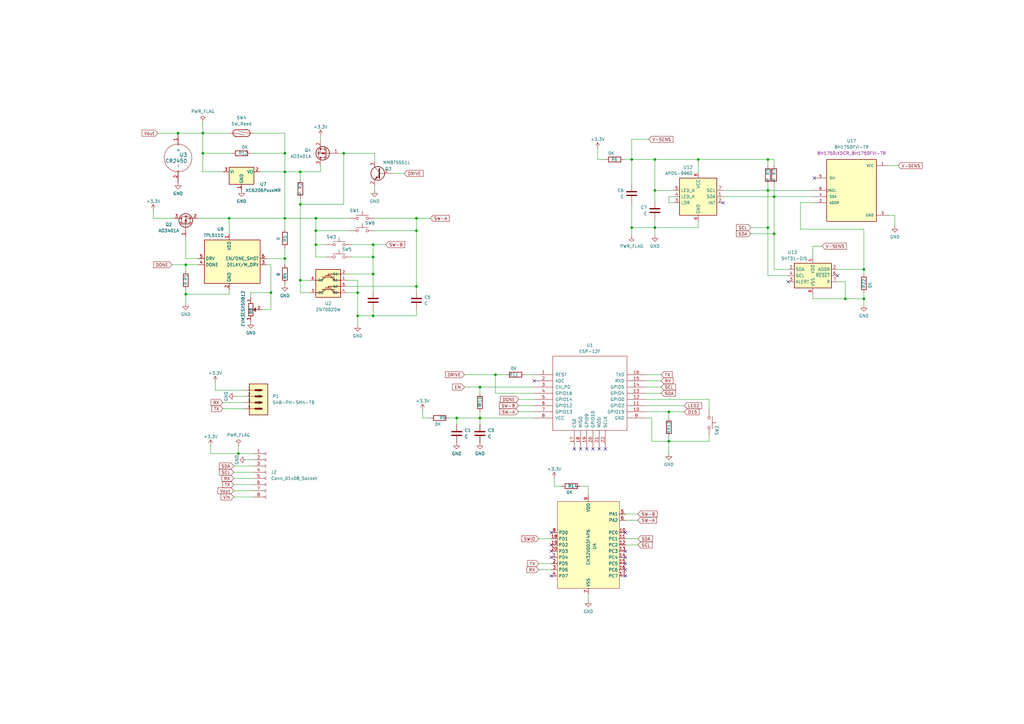
<source format=kicad_sch>
(kicad_sch (version 20230121) (generator eeschema)
  (paper "A3")
  (lib_symbols
    (symbol "2n7002:2N7002DW" (pin_names (offset 1.016))
      (property "Reference" "U" (at 0 0 0))
      (property "Value" "2N7002DW" (at 0 0 0))
      (symbol "2N7002DW_0_0"
        (pin bidirectional line (at -7.62 2.54 0) (length 2.54) (name "S1") (number "1"))
        (pin bidirectional line (at -7.62 5.08 0) (length 2.54) (name "G1") (number "2"))
        (pin bidirectional line (at 7.62 -2.54 180) (length 2.54) (name "D2") (number "3"))
        (pin bidirectional line (at -7.62 -2.54 0) (length 2.54) (name "S2") (number "4"))
        (pin bidirectional line (at -7.62 0 0) (length 2.54) (name "G2") (number "5"))
        (pin bidirectional line (at 7.62 2.54 180) (length 2.54) (name "D1") (number "6"))
      )
    )
    (symbol "BH1750FVI-TR:BH1750FVI-TR" (pin_names (offset 1.016))
      (property "Reference" "U" (at -10.1737 13.462 0))
      (property "Value" "BH1750FVI-TR" (at -9.922 -15.24 0))
      (property "Footprint" "BH1750FVI-TR:XDCR_BH1750FVI-TR" (at 0 0 0))
      (symbol "BH1750FVI-TR_0_0"
        (pin power_in line (at 15.24 10.16 180) (length 5.08) (name "VCC") (number "1"))
        (pin input line (at -15.24 -5.08 0) (length 5.08) (name "ADDR") (number "2"))
        (pin power_in line (at 15.24 -10.16 180) (length 5.08) (name "GND") (number "3"))
        (pin bidirectional line (at -15.24 -2.54 0) (length 5.08) (name "SDA") (number "4"))
        (pin input line (at -15.24 5.08 0) (length 5.08) (name "DVI") (number "5"))
        (pin input clock (at -15.24 0 0) (length 5.08) (name "SCL") (number "6"))
      )
    )
    (symbol "Connector:Conn_01x08_Socket" (pin_names (offset 1.016) hide)
      (property "Reference" "J" (at 0 10.16 0))
      (property "Value" "Conn_01x08_Socket" (at 0 -12.7 0))
      (symbol "Conn_01x08_Socket_1_1"
        (pin passive line (at -5.08 7.62 0) (length 3.81) (name "Pin_1") (number "1"))
        (pin passive line (at -5.08 5.08 0) (length 3.81) (name "Pin_2") (number "2"))
        (pin passive line (at -5.08 2.54 0) (length 3.81) (name "Pin_3") (number "3"))
        (pin passive line (at -5.08 0 0) (length 3.81) (name "Pin_4") (number "4"))
        (pin passive line (at -5.08 -2.54 0) (length 3.81) (name "Pin_5") (number "5"))
        (pin passive line (at -5.08 -5.08 0) (length 3.81) (name "Pin_6") (number "6"))
        (pin passive line (at -5.08 -7.62 0) (length 3.81) (name "Pin_7") (number "7"))
        (pin passive line (at -5.08 -10.16 0) (length 3.81) (name "Pin_8") (number "8"))
      )
    )
    (symbol "Cr2450:CR2450" (pin_names (offset 1.016))
      (property "Reference" "U" (at 2.54 -7.62 0))
      (property "Value" "CR2450" (at 0 0 0))
      (symbol "CR2450_1_1"
        (pin input line (at 0 10.16 270) (length 5.08) (name "+") (number "1"))
        (pin power_out line (at 0 -10.16 90) (length 5.08) (name "-") (number "2"))
      )
    )
    (symbol "Device:C" (pin_numbers hide) (pin_names (offset 0.254))
      (property "Reference" "C" (at 0.635 2.54 0))
      (property "Value" "C" (at 0.635 -2.54 0))
      (symbol "C_1_1"
        (pin passive line (at 0 3.81 270) (length 2.794) (name "~") (number "1"))
        (pin passive line (at 0 -3.81 90) (length 2.794) (name "~") (number "2"))
      )
    )
    (symbol "Device:R" (pin_numbers hide) (pin_names (offset 0))
      (property "Reference" "R" (at 2.032 0 90))
      (property "Value" "R" (at 0 0 90))
      (symbol "R_1_1"
        (pin passive line (at 0 3.81 270) (length 1.27) (name "~") (number "1"))
        (pin passive line (at 0 -3.81 90) (length 1.27) (name "~") (number "2"))
      )
    )
    (symbol "ESP8266:ESP-12F" (pin_names (offset 1.016))
      (property "Reference" "U2" (at 0 19.685 0))
      (property "Value" "ESP-12F" (at 0 17.145 0))
      (symbol "ESP-12F_1_1"
        (pin input line (at -22.86 7.62 0) (length 7.62) (name "REST") (number "1"))
        (pin bidirectional line (at 22.86 -7.62 180) (length 7.62) (name "GPIO15") (number "10"))
        (pin bidirectional line (at 22.86 -5.08 180) (length 7.62) (name "GPIO2") (number "11"))
        (pin bidirectional line (at 22.86 -2.54 180) (length 7.62) (name "GPIO0") (number "12"))
        (pin bidirectional line (at 22.86 0 180) (length 7.62) (name "GPIO4") (number "13"))
        (pin bidirectional line (at 22.86 2.54 180) (length 7.62) (name "GPIO5") (number "14"))
        (pin input line (at 22.86 5.08 180) (length 7.62) (name "RXD") (number "15"))
        (pin output line (at 22.86 7.62 180) (length 7.62) (name "TXD") (number "16"))
        (pin bidirectional line (at -6.35 -22.86 90) (length 7.62) (name "CS0") (number "17"))
        (pin bidirectional line (at -3.81 -22.86 90) (length 7.62) (name "MISO") (number "18"))
        (pin bidirectional line (at -1.27 -22.86 90) (length 7.62) (name "GPIO9") (number "19"))
        (pin passive line (at -22.86 5.08 0) (length 7.62) (name "ADC") (number "2"))
        (pin bidirectional line (at 1.27 -22.86 90) (length 7.62) (name "GPIO10") (number "20"))
        (pin bidirectional line (at 3.81 -22.86 90) (length 7.62) (name "MOSI") (number "21"))
        (pin bidirectional line (at 6.35 -22.86 90) (length 7.62) (name "SCLK") (number "22"))
        (pin input line (at -22.86 2.54 0) (length 7.62) (name "CH_PD") (number "3"))
        (pin bidirectional line (at -22.86 0 0) (length 7.62) (name "GPIO16") (number "4"))
        (pin bidirectional line (at -22.86 -2.54 0) (length 7.62) (name "GPIO14") (number "5"))
        (pin bidirectional line (at -22.86 -5.08 0) (length 7.62) (name "GPIO12") (number "6"))
        (pin bidirectional line (at -22.86 -7.62 0) (length 7.62) (name "GPIO13") (number "7"))
        (pin bidirectional line (at -22.86 -10.16 0) (length 7.62) (name "VCC") (number "8"))
        (pin bidirectional line (at 22.86 -10.16 180) (length 7.62) (name "GND") (number "9"))
      )
    )
    (symbol "EVM3ESX50B:EVM3ESX50B12" (pin_names (offset 1.016))
      (property "Reference" "R" (at 1.0173 1.2716 0))
      (property "Value" "EVM3ESX50B12" (at 1.0177 -1.2721 0))
      (symbol "EVM3ESX50B12_0_0"
        (pin passive line (at -5.08 0 0) (length 2.54) (name "~") (number "1"))
        (pin passive line (at 0 4.572 270) (length 2.54) (name "~") (number "2"))
        (pin passive line (at 5.08 0 180) (length 2.54) (name "~") (number "3"))
      )
    )
    (symbol "JST_S4B-PH:S4B-PH-SM4-TB" (pin_names (offset 1.016))
      (property "Reference" "P" (at -2.5428 6.3569 0))
      (property "Value" "S4B-PH-SM4-TB" (at -2.5411 -7.6232 0))
      (symbol "S4B-PH-SM4-TB_0_0"
        (pin passive line (at -5.08 3.81 0) (length 5.08) (name "1") (number "1"))
        (pin passive line (at -5.08 1.27 0) (length 5.08) (name "2") (number "2"))
        (pin passive line (at -5.08 -1.27 0) (length 5.08) (name "3") (number "3"))
        (pin passive line (at -5.08 -3.81 0) (length 5.08) (name "4") (number "4"))
      )
    )
    (symbol "Regulator_Linear:XC6206PxxxMR" (pin_names (offset 0.254))
      (property "Reference" "U" (at -3.81 3.175 0))
      (property "Value" "XC6206PxxxMR" (at 0 3.175 0))
      (symbol "XC6206PxxxMR_1_1"
        (pin power_in line (at 0 -7.62 90) (length 2.54) (name "GND") (number "1"))
        (pin power_out line (at 7.62 0 180) (length 2.54) (name "VO") (number "2"))
        (pin power_in line (at -7.62 0 0) (length 2.54) (name "VI") (number "3"))
      )
    )
    (symbol "Sensor:APDS-9960"
      (property "Reference" "U" (at -5.08 8.89 0))
      (property "Value" "APDS-9960" (at 6.35 8.89 0))
      (symbol "APDS-9960_1_1"
        (pin bidirectional line (at -10.16 0 0) (length 2.54) (name "SDA") (number "1"))
        (pin open_collector line (at -10.16 -2.54 0) (length 2.54) (name "INT") (number "2"))
        (pin passive line (at 10.16 -2.54 180) (length 2.54) (name "LDR") (number "3"))
        (pin passive line (at 10.16 0 180) (length 2.54) (name "LED_K") (number "4"))
        (pin passive line (at 10.16 2.54 180) (length 2.54) (name "LED_A") (number "5"))
        (pin power_in line (at 0 -10.16 90) (length 2.54) (name "GND") (number "6"))
        (pin input line (at -10.16 2.54 0) (length 2.54) (name "SCL") (number "7"))
        (pin power_in line (at 0 10.16 270) (length 2.54) (name "VCC") (number "8"))
      )
    )
    (symbol "Sensor_Humidity:SHT31-DIS"
      (property "Reference" "U" (at -6.35 6.35 0))
      (property "Value" "SHT31-DIS" (at 6.35 6.35 0))
      (symbol "SHT31-DIS_1_1"
        (pin bidirectional line (at 10.16 2.54 180) (length 2.54) (name "SDA") (number "1"))
        (pin input line (at -10.16 2.54 0) (length 2.54) (name "ADDR") (number "2"))
        (pin output line (at 10.16 -2.54 180) (length 2.54) (name "ALERT") (number "3"))
        (pin input line (at 10.16 0 180) (length 2.54) (name "SCL") (number "4"))
        (pin power_in line (at 0 7.62 270) (length 2.54) (name "VDD") (number "5"))
        (pin input line (at -10.16 0 0) (length 2.54) (name "~{RESET}") (number "6"))
        (pin passive line (at -10.16 -2.54 0) (length 2.54) (name "R") (number "7"))
        (pin power_in line (at 0 -7.62 90) (length 2.54) (name "VSS") (number "8"))
        (pin passive line (at 0 -7.62 90) (length 2.54) hide (name "VSS") (number "9"))
      )
    )
    (symbol "Switch:SW_Push" (pin_numbers hide) (pin_names (offset 1.016) hide)
      (property "Reference" "SW" (at 1.27 2.54 0))
      (property "Value" "SW_Push" (at 0 -1.524 0))
      (symbol "SW_Push_0_1"
        (pin passive line (at -5.08 0 0) (length 2.54) (name "1") (number "1"))
        (pin passive line (at 5.08 0 180) (length 2.54) (name "2") (number "2"))
      )
    )
    (symbol "Switch:SW_Reed" (pin_numbers hide) (pin_names (offset 0) hide)
      (property "Reference" "SW" (at 0 2.54 0))
      (property "Value" "SW_Reed" (at 0 -2.54 0))
      (symbol "SW_Reed_1_1"
        (pin passive line (at -5.08 0 0) (length 2.54) (name "1") (number "1"))
        (pin passive line (at 5.08 0 180) (length 2.54) (name "2") (number "2"))
      )
    )
    (symbol "Timer:TPL5110"
      (property "Reference" "U8" (at 2.1941 12.065 0))
      (property "Value" "TPL5110" (at 2.1941 9.525 0))
      (symbol "TPL5110_1_1"
        (pin bidirectional line (at 0 10.16 270) (length 2.54) (name "VDD") (number "1"))
        (pin power_in line (at 0 -12.7 90) (length 2.54) (name "GND") (number "2"))
        (pin input line (at -15.24 -2.54 0) (length 2.54) (name "DELAY/M_DRV") (number "3"))
        (pin input line (at 12.7 -2.54 180) (length 2.54) (name "DONE") (number "4"))
        (pin output line (at 12.7 0 180) (length 2.54) (name "DRV") (number "5"))
        (pin input line (at -15.24 0 0) (length 2.54) (name "EN/ONE_SHOT") (number "6"))
      )
    )
    (symbol "Transistor_BJT:MMBT5551L" (pin_names (offset 0) hide)
      (property "Reference" "Q" (at 5.08 1.905 0))
      (property "Value" "MMBT5551L" (at 5.08 0 0))
      (symbol "MMBT5551L_1_1"
        (pin input line (at -5.08 0 0) (length 5.715) (name "B") (number "1"))
        (pin passive line (at 2.54 -5.08 90) (length 2.54) (name "E") (number "2"))
        (pin passive line (at 2.54 5.08 270) (length 2.54) (name "C") (number "3"))
      )
    )
    (symbol "Transistor_FET:AO3401A" (pin_names hide)
      (property "Reference" "Q" (at 5.08 1.905 0))
      (property "Value" "AO3401A" (at 5.08 0 0))
      (symbol "AO3401A_1_1"
        (pin input line (at -5.08 0 0) (length 2.54) (name "G") (number "1"))
        (pin passive line (at 2.54 -5.08 90) (length 2.54) (name "S") (number "2"))
        (pin passive line (at 2.54 5.08 270) (length 2.54) (name "D") (number "3"))
      )
    )
    (symbol "power:+3.3V" (power) (pin_names (offset 0))
      (property "Value" "+3.3V" (at 0 3.556 0))
      (symbol "+3.3V_1_1"
        (pin power_in line (at 0 0 90) (length 0) hide (name "+3.3V") (number "1"))
      )
    )
    (symbol "power:GND" (power) (pin_names (offset 0))
      (property "Value" "GND" (at 0 -3.81 0))
      (symbol "GND_1_1"
        (pin power_in line (at 0 0 270) (length 0) hide (name "GND") (number "1"))
      )
    )
    (symbol "power:PWR_FLAG" (power) (pin_numbers hide) (pin_names (offset 0) hide)
      (property "Value" "PWR_FLAG" (at 0 3.81 0))
      (symbol "PWR_FLAG_0_0"
        (pin power_out line (at 0 0 90) (length 0) (name "pwr") (number "1"))
      )
    )
    (symbol "wch-mcu:CH32V003F4P6"
      (property "Reference" "U" (at -12.7 19.05 0))
      (property "Value" "CH32V003F4P6" (at 1.27 19.05 0))
      (symbol "CH32V003F4P6_1_0"
        (pin bidirectional line (at 15.24 -10.16 180) (length 2.54) (name "PC6") (number "16"))
        (pin bidirectional line (at 15.24 -12.7 180) (length 2.54) (name "PC7") (number "17"))
        (pin bidirectional line (at -15.24 2.54 0) (length 2.54) (name "PD1") (number "18"))
        (pin bidirectional line (at -15.24 0 0) (length 2.54) (name "PD2") (number "19"))
        (pin bidirectional line (at -15.24 -2.54 0) (length 2.54) (name "PD3") (number "20"))
      )
      (symbol "CH32V003F4P6_1_1"
        (pin bidirectional line (at -15.24 -5.08 0) (length 2.54) (name "PD4") (number "1"))
        (pin bidirectional line (at 15.24 5.08 180) (length 2.54) (name "PC0") (number "10"))
        (pin bidirectional line (at 15.24 2.54 180) (length 2.54) (name "PC1") (number "11"))
        (pin bidirectional line (at 15.24 0 180) (length 2.54) (name "PC2") (number "12"))
        (pin bidirectional line (at 15.24 -2.54 180) (length 2.54) (name "PC3") (number "13"))
        (pin bidirectional line (at 15.24 -5.08 180) (length 2.54) (name "PC4") (number "14"))
        (pin bidirectional line (at 15.24 -7.62 180) (length 2.54) (name "PC5") (number "15"))
        (pin bidirectional line (at -15.24 -7.62 0) (length 2.54) (name "PD5") (number "2"))
        (pin bidirectional line (at -15.24 -10.16 0) (length 2.54) (name "PD6") (number "3"))
        (pin bidirectional line (at -15.24 -12.7 0) (length 2.54) (name "PD7") (number "4"))
        (pin bidirectional line (at 15.24 12.7 180) (length 2.54) (name "PA1") (number "5"))
        (pin bidirectional line (at 15.24 10.16 180) (length 2.54) (name "PA2") (number "6"))
        (pin bidirectional line (at 0 -20.32 90) (length 2.54) (name "VSS") (number "7"))
        (pin bidirectional line (at -15.24 5.08 0) (length 2.54) (name "PD0") (number "8"))
        (pin bidirectional line (at 0 20.32 270) (length 2.54) (name "VDD") (number "9"))
      )
    )
  )
  (junction (at 268.605 78.105))
  (junction (at 129.54 100.33))
  (junction (at 153.035 112.395))
  (junction (at 153.035 100.33))
  (junction (at 314.96 93.345))
  (junction (at 286.385 65.405))
  (junction (at 116.84 106.045))
  (junction (at 116.84 62.865))
  (junction (at 274.32 180.975))
  (junction (at 140.97 62.865))
  (junction (at 123.19 83.82))
  (junction (at 314.96 78.105))
  (junction (at 153.035 105.41))
  (junction (at 314.96 65.405))
  (junction (at 146.685 120.015))
  (junction (at 354.33 110.49))
  (junction (at 259.08 93.345))
  (junction (at 146.685 129.54))
  (junction (at 317.5 80.645))
  (junction (at 83.185 62.865))
  (junction (at 129.54 89.535))
  (junction (at 196.85 171.45))
  (junction (at 111.125 120.015))
  (junction (at 76.2 120.65))
  (junction (at 203.2 153.67))
  (junction (at 170.815 94.615))
  (junction (at 116.84 70.485))
  (junction (at 268.605 93.345))
  (junction (at 123.19 114.935))
  (junction (at 268.605 65.405))
  (junction (at 76.2 108.585))
  (junction (at 97.79 186.055))
  (junction (at 317.5 95.885))
  (junction (at 196.85 158.75))
  (junction (at 187.325 171.45))
  (junction (at 170.815 117.475))
  (junction (at 274.32 168.91))
  (junction (at 346.71 122.555))
  (junction (at 170.815 89.535))
  (junction (at 73.025 54.61))
  (junction (at 354.33 122.555))
  (junction (at 129.54 94.615))
  (junction (at 259.08 65.405))
  (junction (at 116.84 89.535))
  (junction (at 83.185 54.61))
  (junction (at 153.035 129.54))
  (junction (at 93.98 89.535))
  (junction (at 123.19 70.485))
  (no_connect (at 323.215 115.57))
  (no_connect (at 226.06 226.06))
  (no_connect (at 240.665 184.15))
  (no_connect (at 256.54 233.68))
  (no_connect (at 243.205 184.15))
  (no_connect (at 256.54 226.06))
  (no_connect (at 296.545 83.185))
  (no_connect (at 256.54 218.44))
  (no_connect (at 248.285 184.15))
  (no_connect (at 226.06 223.52))
  (no_connect (at 226.06 228.6))
  (no_connect (at 256.54 236.22))
  (no_connect (at 343.535 113.03))
  (no_connect (at 334.01 73.025))
  (no_connect (at 235.585 184.15))
  (no_connect (at 238.125 184.15))
  (no_connect (at 256.54 231.14))
  (no_connect (at 256.54 228.6))
  (no_connect (at 226.06 218.44))
  (no_connect (at 219.075 156.21))
  (no_connect (at 226.06 236.22))
  (no_connect (at 245.745 184.15))
  (wire (pts (xy 86.36 182.88) (xy 86.36 186.055)))
  (wire (pts (xy 226.06 220.98) (xy 220.98 220.98)))
  (wire (pts (xy 140.97 62.865) (xy 140.97 83.82)))
  (wire (pts (xy 256.54 220.98) (xy 261.62 220.98)))
  (wire (pts (xy 153.67 94.615) (xy 170.815 94.615)))
  (wire (pts (xy 337.185 100.965) (xy 333.375 100.965)))
  (wire (pts (xy 264.795 153.67) (xy 271.145 153.67)))
  (wire (pts (xy 276.225 83.185) (xy 274.32 83.185)))
  (wire (pts (xy 187.325 171.45) (xy 196.85 171.45)) (stroke (width 0) (color 0 132 0 1)))
  (wire (pts (xy 256.54 223.52) (xy 261.62 223.52)))
  (wire (pts (xy 290.83 168.275) (xy 290.83 163.83)))
  (wire (pts (xy 274.32 80.645) (xy 276.225 80.645)))
  (wire (pts (xy 314.96 78.105) (xy 314.96 93.345)))
  (wire (pts (xy 91.44 165.1) (xy 99.695 165.1)))
  (wire (pts (xy 116.84 116.205) (xy 116.84 116.84)))
  (wire (pts (xy 354.33 112.395) (xy 354.33 110.49)))
  (wire (pts (xy 190.5 158.75) (xy 196.85 158.75)) (stroke (width 0) (color 0 132 0 1)))
  (wire (pts (xy 95.885 193.675) (xy 104.14 193.675)))
  (wire (pts (xy 116.84 89.535) (xy 93.98 89.535)))
  (wire (pts (xy 264.795 156.21) (xy 271.145 156.21)))
  (wire (pts (xy 76.2 106.045) (xy 76.2 97.155)))
  (wire (pts (xy 274.32 83.185) (xy 274.32 80.645)))
  (wire (pts (xy 290.83 178.435) (xy 290.83 180.975)))
  (wire (pts (xy 268.605 78.105) (xy 268.605 82.55)))
  (wire (pts (xy 100.965 188.595) (xy 104.14 188.595)))
  (wire (pts (xy 142.24 114.935) (xy 146.685 114.935)))
  (wire (pts (xy 296.545 80.645) (xy 317.5 80.645)))
  (wire (pts (xy 317.5 67.945) (xy 317.5 65.405)))
  (wire (pts (xy 153.67 76.2) (xy 153.67 78.105)))
  (wire (pts (xy 170.815 117.475) (xy 170.815 119.38)))
  (wire (pts (xy 364.49 88.265) (xy 367.03 88.265)))
  (wire (pts (xy 238.125 199.39) (xy 241.3 199.39)))
  (wire (pts (xy 286.385 90.805) (xy 286.385 93.345)))
  (wire (pts (xy 268.605 96.52) (xy 268.605 93.345)))
  (wire (pts (xy 93.98 120.65) (xy 76.2 120.65)))
  (wire (pts (xy 196.85 171.45) (xy 196.85 173.99)))
  (wire (pts (xy 153.035 129.54) (xy 170.815 129.54)))
  (wire (pts (xy 354.33 122.555) (xy 354.33 125.095)))
  (wire (pts (xy 314.96 93.345) (xy 314.96 113.03)))
  (wire (pts (xy 81.28 106.045) (xy 76.2 106.045)))
  (wire (pts (xy 83.185 62.865) (xy 95.25 62.865)))
  (wire (pts (xy 93.98 89.535) (xy 81.28 89.535)))
  (wire (pts (xy 83.185 54.61) (xy 93.98 54.61)))
  (wire (pts (xy 354.33 122.555) (xy 346.71 122.555)))
  (wire (pts (xy 153.035 127) (xy 153.035 129.54)))
  (wire (pts (xy 111.125 108.585) (xy 111.125 120.015)))
  (wire (pts (xy 274.32 180.975) (xy 274.32 186.055)))
  (wire (pts (xy 97.79 186.055) (xy 104.14 186.055)))
  (wire (pts (xy 62.865 86.36) (xy 62.865 89.535)))
  (wire (pts (xy 196.85 171.45) (xy 219.075 171.45)) (stroke (width 0) (color 0 132 0 1)))
  (wire (pts (xy 123.19 83.82) (xy 140.97 83.82)))
  (wire (pts (xy 133.985 105.41) (xy 129.54 105.41)))
  (wire (pts (xy 76.2 118.745) (xy 76.2 120.65)))
  (wire (pts (xy 334.01 83.185) (xy 328.295 83.185)))
  (wire (pts (xy 266.065 57.15) (xy 259.08 57.15)))
  (wire (pts (xy 323.215 110.49) (xy 317.5 110.49)))
  (wire (pts (xy 142.24 117.475) (xy 170.815 117.475)))
  (wire (pts (xy 170.815 94.615) (xy 170.815 117.475)))
  (wire (pts (xy 314.96 65.405) (xy 286.385 65.405)))
  (wire (pts (xy 317.5 95.885) (xy 317.5 110.49)))
  (wire (pts (xy 131.445 70.485) (xy 131.445 67.945)))
  (wire (pts (xy 343.535 115.57) (xy 346.71 115.57)))
  (wire (pts (xy 259.08 65.405) (xy 259.08 75.565)))
  (wire (pts (xy 104.14 54.61) (xy 116.84 54.61)))
  (wire (pts (xy 190.5 153.67) (xy 203.2 153.67)))
  (wire (pts (xy 367.03 88.265) (xy 367.03 92.71)))
  (wire (pts (xy 328.295 83.185) (xy 328.295 93.98)))
  (wire (pts (xy 286.385 65.405) (xy 268.605 65.405)))
  (wire (pts (xy 307.975 93.345) (xy 314.96 93.345)))
  (wire (pts (xy 333.375 100.965) (xy 333.375 105.41)))
  (wire (pts (xy 123.19 83.82) (xy 123.19 114.935)))
  (wire (pts (xy 146.685 114.935) (xy 146.685 120.015)))
  (wire (pts (xy 215.265 153.67) (xy 219.075 153.67)))
  (wire (pts (xy 140.97 62.865) (xy 153.67 62.865)))
  (wire (pts (xy 107.442 127) (xy 111.125 127)))
  (wire (pts (xy 176.53 171.45) (xy 173.355 171.45)))
  (wire (pts (xy 354.33 110.49) (xy 343.535 110.49)))
  (wire (pts (xy 129.54 89.535) (xy 129.54 94.615)))
  (wire (pts (xy 268.605 90.17) (xy 268.605 93.345)))
  (wire (pts (xy 123.19 70.485) (xy 123.19 73.66)))
  (wire (pts (xy 131.445 70.485) (xy 123.19 70.485)))
  (wire (pts (xy 116.84 101.6) (xy 116.84 106.045)))
  (wire (pts (xy 76.2 108.585) (xy 76.2 111.125)))
  (wire (pts (xy 314.96 78.105) (xy 334.01 78.105)))
  (wire (pts (xy 307.975 95.885) (xy 317.5 95.885)))
  (wire (pts (xy 133.985 100.33) (xy 129.54 100.33)))
  (wire (pts (xy 259.08 93.345) (xy 259.08 96.52)))
  (wire (pts (xy 274.32 168.91) (xy 274.32 171.45)))
  (wire (pts (xy 109.22 106.045) (xy 116.84 106.045)))
  (wire (pts (xy 146.685 129.54) (xy 153.035 129.54)))
  (wire (pts (xy 95.885 201.295) (xy 104.14 201.295)))
  (wire (pts (xy 268.605 65.405) (xy 259.08 65.405)))
  (wire (pts (xy 123.19 114.935) (xy 123.19 120.015)))
  (wire (pts (xy 91.44 167.64) (xy 99.695 167.64)))
  (wire (pts (xy 264.795 158.75) (xy 271.145 158.75)))
  (wire (pts (xy 296.545 78.105) (xy 314.96 78.105)))
  (wire (pts (xy 153.67 66.04) (xy 153.67 62.865)))
  (wire (pts (xy 116.84 89.535) (xy 116.84 93.98)))
  (wire (pts (xy 264.795 171.45) (xy 267.335 171.45)))
  (wire (pts (xy 146.685 120.015) (xy 142.24 120.015)))
  (wire (pts (xy 95.885 198.755) (xy 104.14 198.755)))
  (wire (pts (xy 129.54 94.615) (xy 129.54 100.33)))
  (wire (pts (xy 314.96 75.565) (xy 314.96 78.105)))
  (wire (pts (xy 116.84 54.61) (xy 116.84 62.865)))
  (wire (pts (xy 264.795 168.91) (xy 274.32 168.91)))
  (wire (pts (xy 354.33 120.015) (xy 354.33 122.555)))
  (wire (pts (xy 153.035 112.395) (xy 153.035 119.38)))
  (wire (pts (xy 368.3 67.945) (xy 364.49 67.945)))
  (wire (pts (xy 196.85 158.75) (xy 219.075 158.75)) (stroke (width 0) (color 0 132 0 1)))
  (wire (pts (xy 226.06 231.14) (xy 220.98 231.14)))
  (wire (pts (xy 144.145 100.33) (xy 153.035 100.33)))
  (wire (pts (xy 354.33 93.98) (xy 354.33 110.49)))
  (wire (pts (xy 129.54 89.535) (xy 143.51 89.535)))
  (wire (pts (xy 93.98 89.535) (xy 93.98 95.885)))
  (wire (pts (xy 81.28 108.585) (xy 76.2 108.585)))
  (wire (pts (xy 333.375 120.65) (xy 333.375 122.555)))
  (wire (pts (xy 226.06 233.68) (xy 220.98 233.68)))
  (wire (pts (xy 97.79 182.88) (xy 97.79 186.055)))
  (wire (pts (xy 256.54 213.36) (xy 261.62 213.36)))
  (wire (pts (xy 196.85 168.91) (xy 196.85 171.45)))
  (wire (pts (xy 268.605 93.345) (xy 259.08 93.345)))
  (wire (pts (xy 111.125 120.015) (xy 111.125 127)))
  (wire (pts (xy 153.035 105.41) (xy 153.035 112.395)))
  (wire (pts (xy 153.035 100.33) (xy 153.035 105.41)))
  (wire (pts (xy 314.96 113.03) (xy 323.215 113.03)))
  (wire (pts (xy 153.67 89.535) (xy 170.815 89.535)))
  (wire (pts (xy 83.185 62.865) (xy 83.185 70.485)))
  (wire (pts (xy 95.885 196.215) (xy 104.14 196.215)))
  (wire (pts (xy 317.5 80.645) (xy 334.01 80.645)))
  (wire (pts (xy 187.325 171.45) (xy 187.325 173.99)))
  (wire (pts (xy 95.885 191.135) (xy 104.14 191.135)))
  (wire (pts (xy 131.445 55.88) (xy 131.445 57.785)))
  (wire (pts (xy 267.335 171.45) (xy 267.335 180.975)))
  (wire (pts (xy 264.795 163.83) (xy 290.83 163.83)))
  (wire (pts (xy 219.075 163.83) (xy 212.725 163.83)))
  (wire (pts (xy 317.5 80.645) (xy 317.5 95.885)))
  (wire (pts (xy 241.3 199.39) (xy 241.3 203.2)))
  (wire (pts (xy 203.2 153.67) (xy 203.2 161.29)))
  (wire (pts (xy 73.025 54.61) (xy 83.185 54.61)))
  (wire (pts (xy 139.065 62.865) (xy 140.97 62.865)))
  (wire (pts (xy 123.19 114.935) (xy 127 114.935)))
  (wire (pts (xy 123.19 81.28) (xy 123.19 83.82)))
  (wire (pts (xy 144.145 105.41) (xy 153.035 105.41)))
  (wire (pts (xy 76.2 108.585) (xy 70.485 108.585)))
  (wire (pts (xy 76.2 120.65) (xy 76.2 124.46)))
  (wire (pts (xy 116.84 89.535) (xy 129.54 89.535)))
  (wire (pts (xy 102.87 121.92) (xy 102.87 120.015)))
  (wire (pts (xy 83.185 70.485) (xy 91.44 70.485)))
  (wire (pts (xy 116.84 70.485) (xy 116.84 89.535)))
  (wire (pts (xy 276.225 78.105) (xy 268.605 78.105)))
  (wire (pts (xy 203.2 161.29) (xy 219.075 161.29)))
  (wire (pts (xy 274.32 168.91) (xy 280.67 168.91)))
  (wire (pts (xy 73.025 54.61) (xy 64.77 54.61)))
  (wire (pts (xy 268.605 65.405) (xy 268.605 78.105)))
  (wire (pts (xy 245.11 65.405) (xy 248.285 65.405)))
  (wire (pts (xy 290.83 180.975) (xy 274.32 180.975)))
  (wire (pts (xy 129.54 94.615) (xy 143.51 94.615)))
  (wire (pts (xy 274.32 180.975) (xy 267.335 180.975)))
  (wire (pts (xy 328.295 93.98) (xy 354.33 93.98)))
  (wire (pts (xy 109.22 108.585) (xy 111.125 108.585)))
  (wire (pts (xy 346.71 122.555) (xy 333.375 122.555)))
  (wire (pts (xy 173.355 168.275) (xy 173.355 171.45)))
  (wire (pts (xy 170.815 89.535) (xy 176.53 89.535)))
  (wire (pts (xy 274.32 179.07) (xy 274.32 180.975)))
  (wire (pts (xy 264.795 166.37) (xy 280.67 166.37)))
  (wire (pts (xy 317.5 75.565) (xy 317.5 80.645)))
  (wire (pts (xy 219.075 166.37) (xy 212.725 166.37)))
  (wire (pts (xy 317.5 65.405) (xy 314.96 65.405)))
  (wire (pts (xy 286.385 65.405) (xy 286.385 70.485)))
  (wire (pts (xy 256.54 210.82) (xy 261.62 210.82)))
  (wire (pts (xy 165.735 71.12) (xy 161.29 71.12)))
  (wire (pts (xy 116.84 62.865) (xy 116.84 70.485)))
  (wire (pts (xy 241.3 243.84) (xy 241.3 246.38)))
  (wire (pts (xy 116.84 70.485) (xy 123.19 70.485)))
  (wire (pts (xy 129.54 105.41) (xy 129.54 100.33)))
  (wire (pts (xy 127 120.015) (xy 123.19 120.015)))
  (wire (pts (xy 88.265 156.845) (xy 88.265 160.02)))
  (wire (pts (xy 153.035 100.33) (xy 158.115 100.33)))
  (wire (pts (xy 95.885 203.835) (xy 104.14 203.835)))
  (wire (pts (xy 346.71 115.57) (xy 346.71 122.555)))
  (wire (pts (xy 93.98 118.745) (xy 93.98 120.65)))
  (wire (pts (xy 116.84 62.865) (xy 102.87 62.865)))
  (wire (pts (xy 259.08 93.345) (xy 259.08 83.185)))
  (wire (pts (xy 286.385 93.345) (xy 268.605 93.345)))
  (wire (pts (xy 102.87 120.015) (xy 111.125 120.015)))
  (wire (pts (xy 83.185 50.165) (xy 83.185 54.61)))
  (wire (pts (xy 196.85 158.75) (xy 196.85 161.29)))
  (wire (pts (xy 230.505 199.39) (xy 227.33 199.39)))
  (wire (pts (xy 255.905 65.405) (xy 259.08 65.405)))
  (wire (pts (xy 314.96 65.405) (xy 314.96 67.945)))
  (wire (pts (xy 116.84 106.045) (xy 116.84 108.585)))
  (wire (pts (xy 116.84 70.485) (xy 106.68 70.485)))
  (wire (pts (xy 259.08 57.15) (xy 259.08 65.405)))
  (wire (pts (xy 97.79 186.055) (xy 86.36 186.055)))
  (wire (pts (xy 170.815 89.535) (xy 170.815 94.615)))
  (wire (pts (xy 170.815 127) (xy 170.815 129.54)))
  (wire (pts (xy 245.11 60.96) (xy 245.11 65.405)))
  (wire (pts (xy 62.865 89.535) (xy 71.12 89.535)))
  (wire (pts (xy 184.15 171.45) (xy 187.325 171.45)))
  (wire (pts (xy 212.725 168.91) (xy 219.075 168.91)))
  (wire (pts (xy 207.645 153.67) (xy 203.2 153.67)))
  (wire (pts (xy 146.685 129.54) (xy 146.685 133.35)))
  (wire (pts (xy 99.695 160.02) (xy 88.265 160.02)))
  (wire (pts (xy 142.24 112.395) (xy 153.035 112.395)))
  (wire (pts (xy 146.685 120.015) (xy 146.685 129.54)))
  (wire (pts (xy 96.52 162.56) (xy 99.695 162.56)))
  (wire (pts (xy 83.185 54.61) (xy 83.185 62.865)))
  (wire (pts (xy 227.33 196.215) (xy 227.33 199.39)))
  (wire (pts (xy 264.795 161.29) (xy 271.145 161.29)))
  (global_label "DRIVE" (shape input) (at 190.5 153.67 180) (property "Intersheetrefs" "${INTERSHEET_REFS}" (effects hide)))
  (global_label "V-SENS" (shape input) (at 368.3 67.945 0) (property "Intersheetrefs" "${INTERSHEET_REFS}" (effects hide)))
  (global_label "DRIVE" (shape input) (at 165.735 71.12 0) (property "Intersheetrefs" "${INTERSHEET_REFS}" (effects hide)))
  (global_label "SW-A" (shape input) (at 261.62 213.36 0) (property "Intersheetrefs" "${INTERSHEET_REFS}" (effects hide)))
  (global_label "SDA" (shape input) (at 307.975 95.885 180) (property "Intersheetrefs" "${INTERSHEET_REFS}" (effects hide)))
  (global_label "TX" (shape input) (at 95.885 198.755 180) (property "Intersheetrefs" "${INTERSHEET_REFS}" (effects hide)))
  (global_label "RX" (shape input) (at 91.44 165.1 180) (property "Intersheetrefs" "${INTERSHEET_REFS}" (effects hide)))
  (global_label "SW-B" (shape input) (at 261.62 210.82 0) (property "Intersheetrefs" "${INTERSHEET_REFS}" (effects hide)))
  (global_label "SDA" (shape input) (at 261.62 220.98 0) (property "Intersheetrefs" "${INTERSHEET_REFS}" (effects hide)))
  (global_label "RX" (shape input) (at 95.885 196.215 180) (property "Intersheetrefs" "${INTERSHEET_REFS}" (effects hide)))
  (global_label "SDA" (shape input) (at 271.145 161.29 0) (property "Intersheetrefs" "${INTERSHEET_REFS}" (effects hide)))
  (global_label "SW-A" (shape input) (at 176.53 89.535 0) (property "Intersheetrefs" "${INTERSHEET_REFS}" (effects hide)))
  (global_label "V-SENS" (shape input) (at 266.065 57.15 0) (property "Intersheetrefs" "${INTERSHEET_REFS}" (effects hide)))
  (global_label "EN" (shape input) (at 190.5 158.75 180) (property "Intersheetrefs" "${INTERSHEET_REFS}" (effects hide)))
  (global_label "V-SENS" (shape input) (at 337.185 100.965 0) (property "Intersheetrefs" "${INTERSHEET_REFS}" (effects hide)))
  (global_label "LED2" (shape input) (at 280.67 166.37 0) (property "Intersheetrefs" "${INTERSHEET_REFS}" (effects hide)))
  (global_label "SWIO" (shape input) (at 220.98 220.98 180) (property "Intersheetrefs" "${INTERSHEET_REFS}" (effects hide)))
  (global_label "SCL" (shape input) (at 271.145 158.75 0) (property "Intersheetrefs" "${INTERSHEET_REFS}" (effects hide)))
  (global_label "Vin" (shape input) (at 95.885 203.835 180) (property "Intersheetrefs" "${INTERSHEET_REFS}" (effects hide)))
  (global_label "SCL" (shape input) (at 95.885 193.675 180) (property "Intersheetrefs" "${INTERSHEET_REFS}" (effects hide)))
  (global_label "TX" (shape input) (at 91.44 167.64 180) (property "Intersheetrefs" "${INTERSHEET_REFS}" (effects hide)))
  (global_label "TX" (shape input) (at 271.145 153.67 0) (property "Intersheetrefs" "${INTERSHEET_REFS}" (effects hide)))
  (global_label "SDA" (shape input) (at 95.885 191.135 180) (property "Intersheetrefs" "${INTERSHEET_REFS}" (effects hide)))
  (global_label "SW-A" (shape input) (at 212.725 168.91 180) (property "Intersheetrefs" "${INTERSHEET_REFS}" (effects hide)))
  (global_label "TX" (shape input) (at 220.98 231.14 180) (property "Intersheetrefs" "${INTERSHEET_REFS}" (effects hide)))
  (global_label "SCL" (shape input) (at 261.62 223.52 0) (property "Intersheetrefs" "${INTERSHEET_REFS}" (effects hide)))
  (global_label "SCL" (shape input) (at 307.975 93.345 180) (property "Intersheetrefs" "${INTERSHEET_REFS}" (effects hide)))
  (global_label "SW-B" (shape input) (at 212.725 166.37 180) (property "Intersheetrefs" "${INTERSHEET_REFS}" (effects hide)))
  (global_label "DONE" (shape input) (at 70.485 108.585 180) (property "Intersheetrefs" "${INTERSHEET_REFS}" (effects hide)))
  (global_label "DONE" (shape input) (at 212.725 163.83 180) (property "Intersheetrefs" "${INTERSHEET_REFS}" (effects hide)))
  (global_label "D15" (shape input) (at 280.67 168.91 0) (property "Intersheetrefs" "${INTERSHEET_REFS}" (effects hide)))
  (global_label "SW-B" (shape input) (at 158.115 100.33 0) (property "Intersheetrefs" "${INTERSHEET_REFS}" (effects hide)))
  (global_label "Vout" (shape input) (at 95.885 201.295 180) (property "Intersheetrefs" "${INTERSHEET_REFS}" (effects hide)))
  (global_label "RX" (shape input) (at 271.145 156.21 0) (property "Intersheetrefs" "${INTERSHEET_REFS}" (effects hide)))
  (global_label "RX" (shape input) (at 220.98 233.68 180) (property "Intersheetrefs" "${INTERSHEET_REFS}" (effects hide)))
  (global_label "Vout" (shape input) (at 64.77 54.61 180) (property "Intersheetrefs" "${INTERSHEET_REFS}" (effects hide)))
  (symbol (lib_id "Device:R") (at 76.2 114.935 180) (unit 1)
    (property "Reference" "R1" (at 76.2 112.395 90) (effects (justify left)))
    (property "Value" "R" (at 76.2 115.57 90) (effects (justify left)))
    (property "Footprint" "Resistor_SMD:R_0603_1608Metric" (effects hide))
  )
  (symbol (lib_id "power:GND") (at 99.06 78.105 0) (mirror y) (unit 1)
    (property "Reference" "#PWR021" (effects hide))
    (property "Value" "GND" (at 99.06 82.55 0))
  )
  (symbol (lib_id "Device:R") (at 234.315 199.39 90) (unit 1)
    (property "Reference" "R14" (at 236.855 199.39 90) (effects (justify left)))
    (property "Value" "0K" (at 234.95 201.93 90) (effects (justify left)))
    (property "Footprint" "Resistor_SMD:R_0603_1608Metric" (effects hide))
  )
  (symbol (lib_id "Device:R") (at 211.455 153.67 90) (unit 1)
    (property "Reference" "R11" (at 212.725 153.67 90) (effects (justify left)))
    (property "Value" "0K" (at 212.09 151.13 90) (effects (justify left)))
    (property "Footprint" "Resistor_SMD:R_0603_1608Metric" (effects hide))
  )
  (symbol (lib_id "JST_S4B-PH:S4B-PH-SM4-TB") (at 104.775 163.83 0) (unit 1)
    (property "Reference" "P1" (at 111.76 162.56 0) (effects (justify left)))
    (property "Value" "S4B-PH-SM4-TB" (at 111.76 165.1 0) (effects (justify left)))
    (property "Footprint" "JST-S4B-PH:JST_S4B-PH-SM4-TB" (effects hide))
    (property "MF" "JST Sales" (effects hide))
    (property "Description" "\nConnector Header Surface Mount, Right Angle 4 position 0.079 (2.00mm)\n" (effects hide))
    (property "Package" "None" (effects hide))
    (property "Price" "None" (effects hide))
    (property "Check_prices" "https://www.snapeda.com/parts/S4B-PH-SM4-TB/JST+Sales+America+Inc./view-part/?ref=eda" (effects hide))
    (property "SnapEDA_Link" "https://www.snapeda.com/parts/S4B-PH-SM4-TB/JST+Sales+America+Inc./view-part/?ref=snap" (effects hide))
    (property "MP" "S4B-PH-SM4-TB" (effects hide))
    (property "Purchase-URL" "https://www.snapeda.com/api/url_track_click_mouser/?unipart_id=473686&manufacturer=JST Sales&part_name=S4B-PH-SM4-TB&search_term=s4b-ph" (effects hide))
    (property "Availability" "In Stock" (effects hide))
    (property "MANUFACTURER" "JST" (effects hide))
  )
  (symbol (lib_id "Timer:TPL5110") (at 93.98 106.045 0) (mirror y) (unit 1)
    (property "Reference" "U8" (at 91.7859 93.98 0) (effects (justify left)))
    (property "Value" "TPL5110" (at 91.7859 96.52 0) (effects (justify left)))
    (property "Footprint" "Package_TO_SOT_SMD:SOT-23-6" (effects hide))
    (property "Datasheet" "http://www.ti.com/lit/ds/symlink/tpl5110.pdf" (effects hide))
  )
  (symbol (lib_id "ESP8266:ESP-12F") (at 241.935 161.29 0) (unit 1)
    (property "Reference" "U1" (at 241.935 141.605 0))
    (property "Value" "ESP-12F" (at 241.935 144.145 0))
    (property "Footprint" "A_SensorNode:ESP12_SMD" (effects hide))
    (property "Datasheet" "http://l0l.org.uk/2014/12/esp8266-modules-hardware-guide-gotta-catch-em-all/" (effects hide))
  )
  (symbol (lib_id "power:PWR_FLAG") (at 83.185 50.165 0) (unit 1)
    (property "Reference" "#FLG03" (effects hide))
    (property "Value" "PWR_FLAG" (at 83.185 45.72 0))
  )
  (symbol (lib_id "power:GND") (at 116.84 116.84 0) (unit 1)
    (property "Reference" "#PWR05" (effects hide))
    (property "Value" "GND" (at 116.84 121.285 0))
  )
  (symbol (lib_id "Device:R") (at 196.85 165.1 0) (mirror x) (unit 1)
    (property "Reference" "R10" (at 196.85 162.56 90) (effects (justify left)))
    (property "Value" "R" (at 196.85 165.735 90) (effects (justify left)))
    (property "Footprint" "Resistor_SMD:R_0603_1608Metric" (effects hide))
  )
  (symbol (lib_id "EVM3ESX50B:EVM3ESX50B12") (at 102.87 127 270) (unit 1)
    (property "Reference" "R8" (at 102.87 128.905 0) (effects (justify right)))
    (property "Value" "EVM3ESX50B12" (at 99.695 133.985 0) (effects (justify right)))
    (property "Footprint" "EVM3ES:EMV3ESX50B12" (effects hide))
    (property "MF" "Panasonic" (effects hide))
    (property "Description" "\nRes Cermet Trimmer 100 Ohm 25% 3/20W 1(Elec)/1(Mech)Turns (3.1 x 3.8 x 1.62mm) Foot Print SMD T/R\n" (effects hide))
    (property "Package" "None" (effects hide))
    (property "Price" "None" (effects hide))
    (property "SnapEDA_Link" "https://www.snapeda.com/parts/EVM3ESX50B12/Panasonic/view-part/?ref=snap" (effects hide))
    (property "MP" "EVM3ESX50B12" (effects hide))
    (property "Availability" "Not in stock" (effects hide))
    (property "Check_prices" "https://www.snapeda.com/parts/EVM3ESX50B12/Panasonic/view-part/?ref=eda" (effects hide))
  )
  (symbol (lib_id "Switch:SW_Push") (at 139.065 100.33 0) (unit 1)
    (property "Reference" "SW3" (at 135.89 97.155 0))
    (property "Value" "SW_Push" (effects hide))
    (property "Footprint" "A_SensorNode:ButtonSwitch12mm_SMD" (effects hide))
  )
  (symbol (lib_id "Switch:SW_Push") (at 139.065 105.41 0) (mirror y) (unit 1)
    (property "Reference" "SW5" (at 142.24 102.235 0))
    (property "Value" "SW_Push" (effects hide))
    (property "Footprint" "Button_Switch_SMD:SW_SPST_PTS810" (effects hide))
  )
  (symbol (lib_id "Sensor:APDS-9960") (at 286.385 80.645 0) (mirror y) (unit 1)
    (property "Reference" "U12" (at 284.1909 68.58 0) (effects (justify left)))
    (property "Value" "APDS-9960" (at 284.1909 71.12 0) (effects (justify left)))
    (property "Footprint" "Sensor:Avago_APDS-9960" (effects hide))
    (property "Datasheet" "https://docs.broadcom.com/doc/AV02-4191EN" (effects hide))
  )
  (symbol (lib_id "power:GND") (at 268.605 96.52 0) (unit 1)
    (property "Reference" "#PWR024" (effects hide))
    (property "Value" "GND" (at 268.605 100.965 0))
  )
  (symbol (lib_id "Device:C") (at 187.325 177.8 0) (unit 1)
    (property "Reference" "C1" (at 190.5 176.53 0) (effects (justify left)))
    (property "Value" "C" (at 190.5 179.07 0) (effects (justify left)))
    (property "Footprint" "Capacitor_SMD:C_0603_1608Metric" (effects hide))
  )
  (symbol (lib_id "Device:R") (at 116.84 97.79 0) (mirror x) (unit 1)
    (property "Reference" "R5" (at 116.84 96.52 90) (effects (justify left)))
    (property "Value" "R" (at 114.3 97.155 90) (effects (justify left)))
    (property "Footprint" "Resistor_SMD:R_0603_1608Metric" (effects hide))
  )
  (symbol (lib_id "Device:C") (at 268.605 86.36 0) (mirror y) (unit 1)
    (property "Reference" "C7" (at 265.43 85.09 0) (effects (justify left)))
    (property "Value" "C" (at 265.43 87.63 0) (effects (justify left)))
    (property "Footprint" "Capacitor_SMD:C_0603_1608Metric" (effects hide))
  )
  (symbol (lib_id "Device:R") (at 314.96 71.755 180) (unit 1)
    (property "Reference" "R3" (at 314.96 69.215 90) (effects (justify left)))
    (property "Value" "R" (at 314.96 73.025 90) (effects (justify left)))
    (property "Footprint" "Resistor_SMD:R_0603_1608Metric" (effects hide))
  )
  (symbol (lib_id "power:PWR_FLAG") (at 97.79 182.88 0) (mirror y) (unit 1)
    (property "Reference" "#FLG04" (effects hide))
    (property "Value" "PWR_FLAG" (at 97.79 178.435 0))
  )
  (symbol (lib_id "power:GND") (at 100.965 188.595 270) (mirror x) (unit 1)
    (property "Reference" "#PWR011" (effects hide))
    (property "Value" "GND" (at 97.155 188.595 0))
  )
  (symbol (lib_id "power:GND") (at 187.325 181.61 0) (unit 1)
    (property "Reference" "#PWR09" (effects hide))
    (property "Value" "GND" (at 187.325 186.055 0))
  )
  (symbol (lib_id "Device:C") (at 259.08 79.375 0) (mirror y) (unit 1)
    (property "Reference" "C6" (at 255.905 78.105 0) (effects (justify left)))
    (property "Value" "C" (at 255.905 80.645 0) (effects (justify left)))
    (property "Footprint" "Capacitor_SMD:C_0603_1608Metric" (effects hide))
  )
  (symbol (lib_id "Device:R") (at 116.84 112.395 180) (unit 1)
    (property "Reference" "R4" (at 116.84 111.76 90) (effects (justify left)))
    (property "Value" "R" (at 114.3 111.76 90) (effects (justify left)))
    (property "Footprint" "Resistor_SMD:R_0603_1608Metric" (effects hide))
  )
  (symbol (lib_id "Connector:Conn_01x08_Socket") (at 109.22 193.675 0) (unit 1)
    (property "Reference" "J2" (at 111.125 193.675 0) (effects (justify left)))
    (property "Value" "Conn_01x08_Socket" (at 111.125 196.215 0) (effects (justify left)))
    (property "Footprint" "Connector_PinSocket_2.54mm:PinSocket_1x08_P2.54mm_Vertical" (effects hide))
  )
  (symbol (lib_id "power:GND") (at 73.025 74.93 0) (mirror y) (unit 1)
    (property "Reference" "#PWR07" (effects hide))
    (property "Value" "GND" (at 73.025 79.375 0))
  )
  (symbol (lib_id "Device:R") (at 252.095 65.405 90) (mirror x) (unit 1)
    (property "Reference" "R6" (at 253.365 65.405 90) (effects (justify left)))
    (property "Value" "0K" (at 252.095 62.865 90) (effects (justify left)))
    (property "Footprint" "Resistor_SMD:R_0603_1608Metric" (effects hide))
  )
  (symbol (lib_id "Device:C") (at 196.85 177.8 0) (unit 1)
    (property "Reference" "C3" (at 200.025 176.53 0) (effects (justify left)))
    (property "Value" "C" (at 200.025 179.07 0) (effects (justify left)))
    (property "Footprint" "Capacitor_SMD:C_0603_1608Metric" (effects hide))
  )
  (symbol (lib_id "power:GND") (at 102.87 132.08 0) (mirror y) (unit 1)
    (property "Reference" "#PWR023" (effects hide))
    (property "Value" "GND" (at 102.87 136.525 0))
  )
  (symbol (lib_id "Device:R") (at 99.06 62.865 270) (unit 1)
    (property "Reference" "R12" (at 97.79 62.865 90) (effects (justify left)))
    (property "Value" "0K" (at 99.06 60.325 90) (effects (justify left)))
    (property "Footprint" "Resistor_SMD:R_0603_1608Metric" (effects hide))
  )
  (symbol (lib_id "Switch:SW_Push") (at 148.59 94.615 0) (mirror y) (unit 1)
    (property "Reference" "SW6" (at 151.765 91.44 0))
    (property "Value" "SW_Push" (effects hide))
    (property "Footprint" "Button_Switch_SMD:SW_SPST_PTS810" (effects hide))
  )
  (symbol (lib_id "Device:R") (at 123.19 77.47 180) (unit 1)
    (property "Reference" "R2" (at 123.19 74.93 90) (effects (justify left)))
    (property "Value" "R" (at 123.19 78.74 90) (effects (justify left)))
    (property "Footprint" "Resistor_SMD:R_0603_1608Metric" (effects hide))
  )
  (symbol (lib_id "Device:R") (at 180.34 171.45 90) (unit 1)
    (property "Reference" "R9" (at 182.88 171.45 90) (effects (justify left)))
    (property "Value" "0K" (at 180.975 173.99 90) (effects (justify left)))
    (property "Footprint" "Resistor_SMD:R_0603_1608Metric" (effects hide))
  )
  (symbol (lib_id "power:+3.3V") (at 227.33 196.215 0) (unit 1)
    (property "Reference" "#PWR017" (effects hide))
    (property "Value" "+3.3V" (at 227.33 192.405 0))
  )
  (symbol (lib_id "power:GND") (at 354.33 125.095 0) (unit 1)
    (property "Reference" "#PWR033" (effects hide))
    (property "Value" "GND" (at 354.33 129.54 0))
  )
  (symbol (lib_id "power:+3.3V") (at 62.865 86.36 0) (mirror y) (unit 1)
    (property "Reference" "#PWR04" (effects hide))
    (property "Value" "+3.3V" (at 62.865 82.55 0))
  )
  (symbol (lib_id "BH1750FVI-TR:BH1750FVI-TR") (at 349.25 78.105 0) (unit 1)
    (property "Reference" "U17" (at 349.25 57.785 0))
    (property "Value" "BH1750FVI-TR" (at 349.25 60.325 0))
    (property "Footprint" "BH1750:XDCR_BH1750FVI-TR" (at 349.25 62.865 0))
    (property "MF" "Rohm" (effects hide))
    (property "MAXIMUM_PACKAGE_HEIGHT" "0.75mm" (effects hide))
    (property "Package" "SMD-6 ROHM Semiconductor" (effects hide))
    (property "Price" "None" (effects hide))
    (property "Check_prices" "https://www.snapeda.com/parts/BH1750FVI-TR/Rohm/view-part/?ref=eda" (effects hide))
    (property "STANDARD" "Manufacturer recommendations" (effects hide))
    (property "PARTREV" "D" (effects hide))
    (property "SnapEDA_Link" "https://www.snapeda.com/parts/BH1750FVI-TR/Rohm/view-part/?ref=snap" (effects hide))
    (property "MP" "BH1750FVI-TR" (effects hide))
    (property "Purchase-URL" "https://www.snapeda.com/api/url_track_click_mouser/?unipart_id=106507&manufacturer=Rohm&part_name=BH1750FVI-TR&search_term=None" (effects hide))
    (property "Description" "\nOptical Sensor Ambient 560nm I²C 6-SMD, Flat Lead Exposed Pad\n" (effects hide))
    (property "Availability" "In Stock" (effects hide))
    (property "MANUFACTURER" "Rohm" (effects hide))
  )
  (symbol (lib_id "power:GND") (at 241.3 246.38 0) (unit 1)
    (property "Reference" "#PWR014" (effects hide))
    (property "Value" "GND" (at 241.3 250.825 0))
  )
  (symbol (lib_id "power:+3.3V") (at 173.355 168.275 0) (unit 1)
    (property "Reference" "#PWR08" (effects hide))
    (property "Value" "+3.3V" (at 173.355 164.465 0))
  )
  (symbol (lib_id "Device:R") (at 317.5 71.755 180) (unit 1)
    (property "Reference" "R7" (at 317.5 69.215 90) (effects (justify left)))
    (property "Value" "R" (at 317.5 73.025 90) (effects (justify left)))
    (property "Footprint" "Resistor_SMD:R_0603_1608Metric" (effects hide))
  )
  (symbol (lib_id "Cr2450:CR2450") (at 73.025 64.77 0) (mirror y) (unit 1)
    (property "Reference" "U3" (at 76.835 63.5 0) (effects (font (size 1.524 1.524)) (justify left)))
    (property "Value" "CR2450" (at 76.835 66.04 0) (effects (font (size 1.524 1.524)) (justify left)))
    (property "Footprint" "Battery:BatteryHolder_ComfortableElectronic_CH273-2450_1x2450" (effects hide))
  )
  (symbol (lib_id "power:GND") (at 153.67 78.105 0) (mirror y) (unit 1)
    (property "Reference" "#PWR01" (effects hide))
    (property "Value" "GND" (at 153.67 82.55 0))
  )
  (symbol (lib_id "Transistor_FET:AO3401A") (at 76.2 92.075 90) (unit 1)
    (property "Reference" "Q2" (at 69.215 92.075 90))
    (property "Value" "AO3401A" (at 69.215 94.615 90))
    (property "Footprint" "Package_TO_SOT_SMD:SOT-23" (effects hide))
    (property "Datasheet" "http://www.aosmd.com/pdfs/datasheet/AO3401A.pdf" (effects hide))
  )
  (symbol (lib_id "Switch:SW_Push") (at 290.83 173.355 270) (mirror x) (unit 1)
    (property "Reference" "SW2" (at 294.005 176.53 0))
    (property "Value" "SW_Push" (effects hide))
    (property "Footprint" "Button_Switch_SMD:SW_SPST_PTS810" (effects hide))
  )
  (symbol (lib_id "power:GND") (at 274.32 186.055 0) (unit 1)
    (property "Reference" "#PWR015" (effects hide))
    (property "Value" "GND" (at 274.32 190.5 0))
  )
  (symbol (lib_id "Sensor_Humidity:SHT31-DIS") (at 333.375 113.03 0) (mirror y) (unit 1)
    (property "Reference" "U13" (at 327.025 103.505 0) (effects (justify left)))
    (property "Value" "SHT31-DIS" (at 331.1809 106.045 0) (effects (justify left)))
    (property "Footprint" "Sensor_Humidity:Sensirion_DFN-8-1EP_2.5x2.5mm_P0.5mm_EP1.1x1.7mm" (effects hide))
    (property "Datasheet" "https://www.sensirion.com/fileadmin/user_upload/customers/sensirion/Dokumente/2_Humidity_Sensors/Datasheets/Sensirion_Humidity_Sensors_SHT3x_Datasheet_digital.pdf" (effects hide))
  )
  (symbol (lib_id "power:GND") (at 76.2 124.46 0) (unit 1)
    (property "Reference" "#PWR06" (effects hide))
    (property "Value" "GND" (at 76.2 128.905 0))
  )
  (symbol (lib_id "Switch:SW_Reed") (at 99.06 54.61 0) (mirror y) (unit 1)
    (property "Reference" "SW4" (at 99.06 48.26 0))
    (property "Value" "SW_Reed" (at 99.06 50.8 0))
    (property "Footprint" "Button_Switch_SMD:SW_SPST_REED_CT10-XXXX-G1" (effects hide))
  )
  (symbol (lib_id "Transistor_FET:AO3401A") (at 133.985 62.865 180) (unit 1)
    (property "Reference" "Q4" (at 127.635 61.595 0) (effects (justify left)))
    (property "Value" "AO3401A" (at 127.635 64.135 0) (effects (justify left)))
    (property "Footprint" "Package_TO_SOT_SMD:SOT-23" (effects hide))
    (property "Datasheet" "http://www.aosmd.com/pdfs/datasheet/AO3401A.pdf" (effects hide))
  )
  (symbol (lib_id "Device:C") (at 170.815 123.19 0) (unit 1)
    (property "Reference" "C5" (at 173.99 121.92 0) (effects (justify left)))
    (property "Value" "C" (at 173.99 124.46 0) (effects (justify left)))
    (property "Footprint" "Capacitor_SMD:C_0603_1608Metric" (effects hide))
  )
  (symbol (lib_id "wch-mcu:CH32V003F4P6") (at 241.3 223.52 0) (unit 1)
    (property "Reference" "U4" (at 243.84 225.425 90) (effects (justify left)))
    (property "Value" "CH32V003F4P6" (at 241.3 231.775 90) (effects (justify left)))
    (property "Footprint" "Package_SO:TSSOP-20_4.4x6.5mm_P0.65mm" (effects hide))
    (property "Datasheet" "https://datasheet.lcsc.com/lcsc/2302231730_WCH-Jiangsu-Qin-Heng-CH32V003F4U6_C5299908.pdf" (effects hide))
  )
  (symbol (lib_id "2n7002:2N7002DW") (at 134.62 117.475 0) (mirror y) (unit 1)
    (property "Reference" "U2" (at 134.62 124.46 0))
    (property "Value" "2N7002DW" (at 134.62 127 0))
    (property "Footprint" "2n7002:SOT363" (effects hide))
    (property "MF" "ON Semiconductor" (effects hide))
    (property "Description" "\nMosfet Array 2 N-Channel (Dual) 60V 115mA (Ta) 200mW (Ta) Surface Mount SC-88/SC70-6/SOT-363\n" (effects hide))
    (property "Package" "SC-88-6 ON Semiconductor" (effects hide))
    (property "Price" "None" (effects hide))
    (property "SnapEDA_Link" "https://www.snapeda.com/parts/2N7002DW/Onsemi/view-part/?ref=snap" (effects hide))
    (property "MP" "2N7002DW" (effects hide))
    (property "Purchase-URL" "https://www.snapeda.com/api/url_track_click_mouser/?unipart_id=661&manufacturer=ON Semiconductor&part_name=2N7002DW&search_term=None" (effects hide))
    (property "Availability" "In Stock" (effects hide))
    (property "Check_prices" "https://www.snapeda.com/parts/2N7002DW/Onsemi/view-part/?ref=eda" (effects hide))
  )
  (symbol (lib_id "power:GND") (at 196.85 181.61 0) (unit 1)
    (property "Reference" "#PWR012" (effects hide))
    (property "Value" "GND" (at 196.85 186.055 0))
  )
  (symbol (lib_id "power:+3.3V") (at 88.265 156.845 0) (mirror y) (unit 1)
    (property "Reference" "#PWR03" (effects hide))
    (property "Value" "+3.3V" (at 88.265 153.035 0))
  )
  (symbol (lib_id "power:GND") (at 367.03 92.71 0) (mirror y) (unit 1)
    (property "Reference" "#PWR045" (effects hide))
    (property "Value" "GND" (at 367.03 97.155 0))
  )
  (symbol (lib_id "power:PWR_FLAG") (at 259.08 96.52 180) (unit 1)
    (property "Reference" "#FLG01" (effects hide))
    (property "Value" "PWR_FLAG" (at 259.08 100.965 0))
  )
  (symbol (lib_id "power:+3.3V") (at 245.11 60.96 0) (mirror y) (unit 1)
    (property "Reference" "#PWR02" (effects hide))
    (property "Value" "+3.3V" (at 245.11 57.15 0))
  )
  (symbol (lib_id "Regulator_Linear:XC6206PxxxMR") (at 99.06 70.485 0) (unit 1)
    (property "Reference" "U7" (at 107.95 75.565 0))
    (property "Value" "XC6206PxxxMR" (at 107.95 78.105 0))
    (property "Footprint" "Package_TO_SOT_SMD:SOT-23-3" (effects hide))
    (property "Datasheet" "https://www.torexsemi.com/file/xc6206/XC6206.pdf" (effects hide))
  )
  (symbol (lib_id "power:GND") (at 96.52 162.56 270) (mirror x) (unit 1)
    (property "Reference" "#PWR013" (effects hide))
    (property "Value" "GND" (at 92.71 162.56 0))
  )
  (symbol (lib_id "Switch:SW_Push") (at 148.59 89.535 0) (unit 1)
    (property "Reference" "SW1" (at 145.415 86.36 0))
    (property "Value" "SW_Push" (effects hide))
    (property "Footprint" "A_SensorNode:ButtonSwitch12mm_SMD" (effects hide))
  )
  (symbol (lib_id "power:+3.3V") (at 86.36 182.88 0) (mirror y) (unit 1)
    (property "Reference" "#PWR010" (effects hide))
    (property "Value" "+3.3V" (at 86.36 179.07 0))
  )
  (symbol (lib_id "power:GND") (at 146.685 133.35 0) (mirror y) (unit 1)
    (property "Reference" "#PWR020" (effects hide))
    (property "Value" "GND" (at 146.685 137.795 0))
  )
  (symbol (lib_id "Device:R") (at 274.32 175.26 0) (mirror x) (unit 1)
    (property "Reference" "R13" (at 274.32 172.72 90) (effects (justify left)))
    (property "Value" "R" (at 274.32 176.53 90) (effects (justify left)))
    (property "Footprint" "Resistor_SMD:R_0603_1608Metric" (effects hide))
  )
  (symbol (lib_id "Device:R") (at 354.33 116.205 0) (mirror x) (unit 1)
    (property "Reference" "R22" (at 354.33 114.3 90) (effects (justify left)))
    (property "Value" "0K" (at 356.87 115.57 90) (effects (justify left)))
    (property "Footprint" "Resistor_SMD:R_0603_1608Metric" (effects hide))
  )
  (symbol (lib_id "Transistor_BJT:MMBT5551L") (at 156.21 71.12 0) (mirror y) (unit 1)
    (property "Reference" "Q3" (at 160.655 69.215 0) (effects (justify left)))
    (property "Value" "MMBT5551L" (at 168.275 66.675 0) (effects (justify left)))
    (property "Footprint" "Package_TO_SOT_SMD:SOT-23" (effects hide))
    (property "Datasheet" "www.onsemi.com/pub/Collateral/MMBT5550LT1-D.PDF" (effects hide))
  )
  (symbol (lib_id "power:+3.3V") (at 131.445 55.88 0) (unit 1)
    (property "Reference" "#PWR016" (effects hide))
    (property "Value" "+3.3V" (at 131.445 52.07 0))
  )
  (symbol (lib_id "Device:C") (at 153.035 123.19 0) (unit 1)
    (property "Reference" "C4" (effects hide))
    (property "Value" "C" (effects hide))
    (property "Footprint" "Capacitor_SMD:C_0603_1608Metric" (effects hide))
  )
)
</source>
